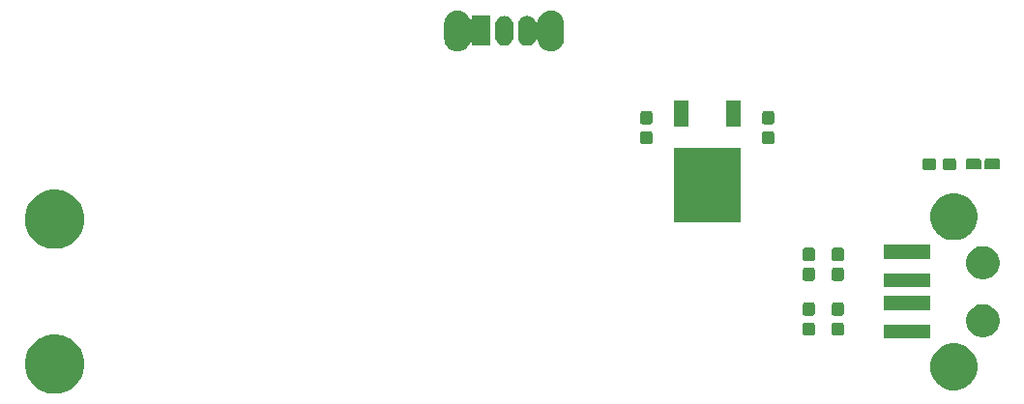
<source format=gbr>
G04 #@! TF.GenerationSoftware,KiCad,Pcbnew,(5.0.2)-1*
G04 #@! TF.CreationDate,2019-07-27T15:32:46-05:00*
G04 #@! TF.ProjectId,BusinessCards,42757369-6e65-4737-9343-617264732e6b,rev?*
G04 #@! TF.SameCoordinates,Original*
G04 #@! TF.FileFunction,Soldermask,Bot*
G04 #@! TF.FilePolarity,Negative*
%FSLAX46Y46*%
G04 Gerber Fmt 4.6, Leading zero omitted, Abs format (unit mm)*
G04 Created by KiCad (PCBNEW (5.0.2)-1) date 7/27/2019 3:32:46 PM*
%MOMM*%
%LPD*%
G01*
G04 APERTURE LIST*
%ADD10C,0.100000*%
G04 APERTURE END LIST*
D10*
G36*
X107268908Y-80025380D02*
X107435767Y-80058570D01*
X107907299Y-80253885D01*
X107992777Y-80311000D01*
X108331669Y-80537441D01*
X108692559Y-80898331D01*
X108692561Y-80898334D01*
X108976115Y-81322701D01*
X108976115Y-81322702D01*
X109171430Y-81794234D01*
X109271000Y-82294807D01*
X109271000Y-82805193D01*
X109204620Y-83138908D01*
X109171430Y-83305767D01*
X108976115Y-83777299D01*
X108775569Y-84077436D01*
X108692559Y-84201669D01*
X108331669Y-84562559D01*
X108331666Y-84562561D01*
X107907299Y-84846115D01*
X107435767Y-85041430D01*
X107268908Y-85074620D01*
X106935193Y-85141000D01*
X106424807Y-85141000D01*
X106091092Y-85074620D01*
X105924233Y-85041430D01*
X105452701Y-84846115D01*
X105028334Y-84562561D01*
X105028331Y-84562559D01*
X104667441Y-84201669D01*
X104584431Y-84077436D01*
X104383885Y-83777299D01*
X104188570Y-83305767D01*
X104155380Y-83138908D01*
X104089000Y-82805193D01*
X104089000Y-82294807D01*
X104188570Y-81794234D01*
X104383885Y-81322702D01*
X104383885Y-81322701D01*
X104667439Y-80898334D01*
X104667441Y-80898331D01*
X105028331Y-80537441D01*
X105367223Y-80311000D01*
X105452701Y-80253885D01*
X105924233Y-80058570D01*
X106091092Y-80025380D01*
X106424807Y-79959000D01*
X106935193Y-79959000D01*
X107268908Y-80025380D01*
X107268908Y-80025380D01*
G37*
G36*
X186018252Y-80797818D02*
X186018254Y-80797819D01*
X186018255Y-80797819D01*
X186391513Y-80952427D01*
X186391514Y-80952428D01*
X186727439Y-81176886D01*
X187013114Y-81462561D01*
X187013116Y-81462564D01*
X187237573Y-81798487D01*
X187392181Y-82171745D01*
X187471000Y-82567994D01*
X187471000Y-82972006D01*
X187392181Y-83368255D01*
X187237573Y-83741513D01*
X187016143Y-84072905D01*
X187013114Y-84077439D01*
X186727439Y-84363114D01*
X186727436Y-84363116D01*
X186391513Y-84587573D01*
X186018255Y-84742181D01*
X186018254Y-84742181D01*
X186018252Y-84742182D01*
X185622007Y-84821000D01*
X185217993Y-84821000D01*
X184821748Y-84742182D01*
X184821746Y-84742181D01*
X184821745Y-84742181D01*
X184448487Y-84587573D01*
X184112564Y-84363116D01*
X184112561Y-84363114D01*
X183826886Y-84077439D01*
X183823857Y-84072905D01*
X183602427Y-83741513D01*
X183447819Y-83368255D01*
X183369000Y-82972006D01*
X183369000Y-82567994D01*
X183447819Y-82171745D01*
X183602427Y-81798487D01*
X183826884Y-81462564D01*
X183826886Y-81462561D01*
X184112561Y-81176886D01*
X184448486Y-80952428D01*
X184448487Y-80952427D01*
X184821745Y-80797819D01*
X184821746Y-80797819D01*
X184821748Y-80797818D01*
X185217993Y-80719000D01*
X185622007Y-80719000D01*
X186018252Y-80797818D01*
X186018252Y-80797818D01*
G37*
G36*
X183383000Y-80311000D02*
X179281000Y-80311000D01*
X179281000Y-79089000D01*
X183383000Y-79089000D01*
X183383000Y-80311000D01*
X183383000Y-80311000D01*
G37*
G36*
X188383238Y-77344760D02*
X188383240Y-77344761D01*
X188383241Y-77344761D01*
X188647306Y-77454140D01*
X188647307Y-77454141D01*
X188884962Y-77612937D01*
X189087063Y-77815038D01*
X189087065Y-77815041D01*
X189245860Y-78052694D01*
X189341745Y-78284181D01*
X189355240Y-78316762D01*
X189411000Y-78597088D01*
X189411000Y-78882912D01*
X189370007Y-79089000D01*
X189355239Y-79163241D01*
X189245860Y-79427306D01*
X189245859Y-79427307D01*
X189087063Y-79664962D01*
X188884962Y-79867063D01*
X188884959Y-79867065D01*
X188647306Y-80025860D01*
X188383241Y-80135239D01*
X188383240Y-80135239D01*
X188383238Y-80135240D01*
X188102912Y-80191000D01*
X187817088Y-80191000D01*
X187536762Y-80135240D01*
X187536760Y-80135239D01*
X187536759Y-80135239D01*
X187272694Y-80025860D01*
X187035041Y-79867065D01*
X187035038Y-79867063D01*
X186832937Y-79664962D01*
X186674141Y-79427307D01*
X186674140Y-79427306D01*
X186564761Y-79163241D01*
X186549994Y-79089000D01*
X186509000Y-78882912D01*
X186509000Y-78597088D01*
X186564760Y-78316762D01*
X186578255Y-78284181D01*
X186674140Y-78052694D01*
X186832935Y-77815041D01*
X186832937Y-77815038D01*
X187035038Y-77612937D01*
X187272693Y-77454141D01*
X187272694Y-77454140D01*
X187536759Y-77344761D01*
X187536760Y-77344761D01*
X187536762Y-77344760D01*
X187817088Y-77289000D01*
X188102912Y-77289000D01*
X188383238Y-77344760D01*
X188383238Y-77344760D01*
G37*
G36*
X173084499Y-78902445D02*
X173121993Y-78913819D01*
X173156557Y-78932294D01*
X173186847Y-78957153D01*
X173211706Y-78987443D01*
X173230181Y-79022007D01*
X173241555Y-79059501D01*
X173246000Y-79104638D01*
X173246000Y-79843362D01*
X173241555Y-79888499D01*
X173230181Y-79925993D01*
X173211706Y-79960557D01*
X173186847Y-79990847D01*
X173156557Y-80015706D01*
X173121993Y-80034181D01*
X173084499Y-80045555D01*
X173039362Y-80050000D01*
X172400638Y-80050000D01*
X172355501Y-80045555D01*
X172318007Y-80034181D01*
X172283443Y-80015706D01*
X172253153Y-79990847D01*
X172228294Y-79960557D01*
X172209819Y-79925993D01*
X172198445Y-79888499D01*
X172194000Y-79843362D01*
X172194000Y-79104638D01*
X172198445Y-79059501D01*
X172209819Y-79022007D01*
X172228294Y-78987443D01*
X172253153Y-78957153D01*
X172283443Y-78932294D01*
X172318007Y-78913819D01*
X172355501Y-78902445D01*
X172400638Y-78898000D01*
X173039362Y-78898000D01*
X173084499Y-78902445D01*
X173084499Y-78902445D01*
G37*
G36*
X175624499Y-78902445D02*
X175661993Y-78913819D01*
X175696557Y-78932294D01*
X175726847Y-78957153D01*
X175751706Y-78987443D01*
X175770181Y-79022007D01*
X175781555Y-79059501D01*
X175786000Y-79104638D01*
X175786000Y-79843362D01*
X175781555Y-79888499D01*
X175770181Y-79925993D01*
X175751706Y-79960557D01*
X175726847Y-79990847D01*
X175696557Y-80015706D01*
X175661993Y-80034181D01*
X175624499Y-80045555D01*
X175579362Y-80050000D01*
X174940638Y-80050000D01*
X174895501Y-80045555D01*
X174858007Y-80034181D01*
X174823443Y-80015706D01*
X174793153Y-79990847D01*
X174768294Y-79960557D01*
X174749819Y-79925993D01*
X174738445Y-79888499D01*
X174734000Y-79843362D01*
X174734000Y-79104638D01*
X174738445Y-79059501D01*
X174749819Y-79022007D01*
X174768294Y-78987443D01*
X174793153Y-78957153D01*
X174823443Y-78932294D01*
X174858007Y-78913819D01*
X174895501Y-78902445D01*
X174940638Y-78898000D01*
X175579362Y-78898000D01*
X175624499Y-78902445D01*
X175624499Y-78902445D01*
G37*
G36*
X175624499Y-77152445D02*
X175661993Y-77163819D01*
X175696557Y-77182294D01*
X175726847Y-77207153D01*
X175751706Y-77237443D01*
X175770181Y-77272007D01*
X175781555Y-77309501D01*
X175786000Y-77354638D01*
X175786000Y-78093362D01*
X175781555Y-78138499D01*
X175770181Y-78175993D01*
X175751706Y-78210557D01*
X175726847Y-78240847D01*
X175696557Y-78265706D01*
X175661993Y-78284181D01*
X175624499Y-78295555D01*
X175579362Y-78300000D01*
X174940638Y-78300000D01*
X174895501Y-78295555D01*
X174858007Y-78284181D01*
X174823443Y-78265706D01*
X174793153Y-78240847D01*
X174768294Y-78210557D01*
X174749819Y-78175993D01*
X174738445Y-78138499D01*
X174734000Y-78093362D01*
X174734000Y-77354638D01*
X174738445Y-77309501D01*
X174749819Y-77272007D01*
X174768294Y-77237443D01*
X174793153Y-77207153D01*
X174823443Y-77182294D01*
X174858007Y-77163819D01*
X174895501Y-77152445D01*
X174940638Y-77148000D01*
X175579362Y-77148000D01*
X175624499Y-77152445D01*
X175624499Y-77152445D01*
G37*
G36*
X173084499Y-77152445D02*
X173121993Y-77163819D01*
X173156557Y-77182294D01*
X173186847Y-77207153D01*
X173211706Y-77237443D01*
X173230181Y-77272007D01*
X173241555Y-77309501D01*
X173246000Y-77354638D01*
X173246000Y-78093362D01*
X173241555Y-78138499D01*
X173230181Y-78175993D01*
X173211706Y-78210557D01*
X173186847Y-78240847D01*
X173156557Y-78265706D01*
X173121993Y-78284181D01*
X173084499Y-78295555D01*
X173039362Y-78300000D01*
X172400638Y-78300000D01*
X172355501Y-78295555D01*
X172318007Y-78284181D01*
X172283443Y-78265706D01*
X172253153Y-78240847D01*
X172228294Y-78210557D01*
X172209819Y-78175993D01*
X172198445Y-78138499D01*
X172194000Y-78093362D01*
X172194000Y-77354638D01*
X172198445Y-77309501D01*
X172209819Y-77272007D01*
X172228294Y-77237443D01*
X172253153Y-77207153D01*
X172283443Y-77182294D01*
X172318007Y-77163819D01*
X172355501Y-77152445D01*
X172400638Y-77148000D01*
X173039362Y-77148000D01*
X173084499Y-77152445D01*
X173084499Y-77152445D01*
G37*
G36*
X183383000Y-77811000D02*
X179281000Y-77811000D01*
X179281000Y-76589000D01*
X183383000Y-76589000D01*
X183383000Y-77811000D01*
X183383000Y-77811000D01*
G37*
G36*
X183383000Y-75795000D02*
X179281000Y-75795000D01*
X179281000Y-74573000D01*
X183383000Y-74573000D01*
X183383000Y-75795000D01*
X183383000Y-75795000D01*
G37*
G36*
X173084499Y-74104445D02*
X173121993Y-74115819D01*
X173156557Y-74134294D01*
X173186847Y-74159153D01*
X173211706Y-74189443D01*
X173230181Y-74224007D01*
X173241555Y-74261501D01*
X173246000Y-74306638D01*
X173246000Y-75045362D01*
X173241555Y-75090499D01*
X173230181Y-75127993D01*
X173211706Y-75162557D01*
X173186847Y-75192847D01*
X173156557Y-75217706D01*
X173121993Y-75236181D01*
X173084499Y-75247555D01*
X173039362Y-75252000D01*
X172400638Y-75252000D01*
X172355501Y-75247555D01*
X172318007Y-75236181D01*
X172283443Y-75217706D01*
X172253153Y-75192847D01*
X172228294Y-75162557D01*
X172209819Y-75127993D01*
X172198445Y-75090499D01*
X172194000Y-75045362D01*
X172194000Y-74306638D01*
X172198445Y-74261501D01*
X172209819Y-74224007D01*
X172228294Y-74189443D01*
X172253153Y-74159153D01*
X172283443Y-74134294D01*
X172318007Y-74115819D01*
X172355501Y-74104445D01*
X172400638Y-74100000D01*
X173039362Y-74100000D01*
X173084499Y-74104445D01*
X173084499Y-74104445D01*
G37*
G36*
X175624499Y-74104445D02*
X175661993Y-74115819D01*
X175696557Y-74134294D01*
X175726847Y-74159153D01*
X175751706Y-74189443D01*
X175770181Y-74224007D01*
X175781555Y-74261501D01*
X175786000Y-74306638D01*
X175786000Y-75045362D01*
X175781555Y-75090499D01*
X175770181Y-75127993D01*
X175751706Y-75162557D01*
X175726847Y-75192847D01*
X175696557Y-75217706D01*
X175661993Y-75236181D01*
X175624499Y-75247555D01*
X175579362Y-75252000D01*
X174940638Y-75252000D01*
X174895501Y-75247555D01*
X174858007Y-75236181D01*
X174823443Y-75217706D01*
X174793153Y-75192847D01*
X174768294Y-75162557D01*
X174749819Y-75127993D01*
X174738445Y-75090499D01*
X174734000Y-75045362D01*
X174734000Y-74306638D01*
X174738445Y-74261501D01*
X174749819Y-74224007D01*
X174768294Y-74189443D01*
X174793153Y-74159153D01*
X174823443Y-74134294D01*
X174858007Y-74115819D01*
X174895501Y-74104445D01*
X174940638Y-74100000D01*
X175579362Y-74100000D01*
X175624499Y-74104445D01*
X175624499Y-74104445D01*
G37*
G36*
X188383238Y-72264760D02*
X188383240Y-72264761D01*
X188383241Y-72264761D01*
X188647306Y-72374140D01*
X188747369Y-72441000D01*
X188884962Y-72532937D01*
X189087063Y-72735038D01*
X189087065Y-72735041D01*
X189245860Y-72972694D01*
X189355239Y-73236759D01*
X189355240Y-73236762D01*
X189407999Y-73502000D01*
X189411000Y-73517089D01*
X189411000Y-73802911D01*
X189355239Y-74083241D01*
X189245860Y-74347306D01*
X189095056Y-74573000D01*
X189087063Y-74584962D01*
X188884962Y-74787063D01*
X188884959Y-74787065D01*
X188647306Y-74945860D01*
X188383241Y-75055239D01*
X188383240Y-75055239D01*
X188383238Y-75055240D01*
X188102912Y-75111000D01*
X187817088Y-75111000D01*
X187536762Y-75055240D01*
X187536760Y-75055239D01*
X187536759Y-75055239D01*
X187272694Y-74945860D01*
X187035041Y-74787065D01*
X187035038Y-74787063D01*
X186832937Y-74584962D01*
X186824944Y-74573000D01*
X186674140Y-74347306D01*
X186564761Y-74083241D01*
X186509000Y-73802911D01*
X186509000Y-73517089D01*
X186512001Y-73502000D01*
X186564760Y-73236762D01*
X186564761Y-73236759D01*
X186674140Y-72972694D01*
X186832935Y-72735041D01*
X186832937Y-72735038D01*
X187035038Y-72532937D01*
X187172631Y-72441000D01*
X187272694Y-72374140D01*
X187536759Y-72264761D01*
X187536760Y-72264761D01*
X187536762Y-72264760D01*
X187817088Y-72209000D01*
X188102912Y-72209000D01*
X188383238Y-72264760D01*
X188383238Y-72264760D01*
G37*
G36*
X175624499Y-72354445D02*
X175661993Y-72365819D01*
X175696557Y-72384294D01*
X175726847Y-72409153D01*
X175751706Y-72439443D01*
X175770181Y-72474007D01*
X175781555Y-72511501D01*
X175786000Y-72556638D01*
X175786000Y-73295362D01*
X175781555Y-73340499D01*
X175770181Y-73377993D01*
X175751706Y-73412557D01*
X175726847Y-73442847D01*
X175696557Y-73467706D01*
X175661993Y-73486181D01*
X175624499Y-73497555D01*
X175579362Y-73502000D01*
X174940638Y-73502000D01*
X174895501Y-73497555D01*
X174858007Y-73486181D01*
X174823443Y-73467706D01*
X174793153Y-73442847D01*
X174768294Y-73412557D01*
X174749819Y-73377993D01*
X174738445Y-73340499D01*
X174734000Y-73295362D01*
X174734000Y-72556638D01*
X174738445Y-72511501D01*
X174749819Y-72474007D01*
X174768294Y-72439443D01*
X174793153Y-72409153D01*
X174823443Y-72384294D01*
X174858007Y-72365819D01*
X174895501Y-72354445D01*
X174940638Y-72350000D01*
X175579362Y-72350000D01*
X175624499Y-72354445D01*
X175624499Y-72354445D01*
G37*
G36*
X173084499Y-72354445D02*
X173121993Y-72365819D01*
X173156557Y-72384294D01*
X173186847Y-72409153D01*
X173211706Y-72439443D01*
X173230181Y-72474007D01*
X173241555Y-72511501D01*
X173246000Y-72556638D01*
X173246000Y-73295362D01*
X173241555Y-73340499D01*
X173230181Y-73377993D01*
X173211706Y-73412557D01*
X173186847Y-73442847D01*
X173156557Y-73467706D01*
X173121993Y-73486181D01*
X173084499Y-73497555D01*
X173039362Y-73502000D01*
X172400638Y-73502000D01*
X172355501Y-73497555D01*
X172318007Y-73486181D01*
X172283443Y-73467706D01*
X172253153Y-73442847D01*
X172228294Y-73412557D01*
X172209819Y-73377993D01*
X172198445Y-73340499D01*
X172194000Y-73295362D01*
X172194000Y-72556638D01*
X172198445Y-72511501D01*
X172209819Y-72474007D01*
X172228294Y-72439443D01*
X172253153Y-72409153D01*
X172283443Y-72384294D01*
X172318007Y-72365819D01*
X172355501Y-72354445D01*
X172400638Y-72350000D01*
X173039362Y-72350000D01*
X173084499Y-72354445D01*
X173084499Y-72354445D01*
G37*
G36*
X183383000Y-73311000D02*
X179281000Y-73311000D01*
X179281000Y-72089000D01*
X183383000Y-72089000D01*
X183383000Y-73311000D01*
X183383000Y-73311000D01*
G37*
G36*
X107268908Y-67325380D02*
X107435767Y-67358570D01*
X107907299Y-67553885D01*
X108328803Y-67835526D01*
X108331669Y-67837441D01*
X108692559Y-68198331D01*
X108692561Y-68198334D01*
X108976115Y-68622701D01*
X109171430Y-69094233D01*
X109171430Y-69094234D01*
X109271000Y-69594807D01*
X109271000Y-70105193D01*
X109246522Y-70228252D01*
X109171430Y-70605767D01*
X108976115Y-71077299D01*
X108728706Y-71447572D01*
X108692559Y-71501669D01*
X108331669Y-71862559D01*
X108331666Y-71862561D01*
X107907299Y-72146115D01*
X107435767Y-72341430D01*
X107313154Y-72365819D01*
X106935193Y-72441000D01*
X106424807Y-72441000D01*
X106046846Y-72365819D01*
X105924233Y-72341430D01*
X105452701Y-72146115D01*
X105028334Y-71862561D01*
X105028331Y-71862559D01*
X104667441Y-71501669D01*
X104631294Y-71447572D01*
X104383885Y-71077299D01*
X104188570Y-70605767D01*
X104113478Y-70228252D01*
X104089000Y-70105193D01*
X104089000Y-69594807D01*
X104188570Y-69094234D01*
X104188570Y-69094233D01*
X104383885Y-68622701D01*
X104667439Y-68198334D01*
X104667441Y-68198331D01*
X105028331Y-67837441D01*
X105031197Y-67835526D01*
X105452701Y-67553885D01*
X105924233Y-67358570D01*
X106091092Y-67325380D01*
X106424807Y-67259000D01*
X106935193Y-67259000D01*
X107268908Y-67325380D01*
X107268908Y-67325380D01*
G37*
G36*
X186018252Y-67657818D02*
X186018254Y-67657819D01*
X186018255Y-67657819D01*
X186391513Y-67812427D01*
X186391514Y-67812428D01*
X186727439Y-68036886D01*
X187013114Y-68322561D01*
X187013116Y-68322564D01*
X187237573Y-68658487D01*
X187392181Y-69031745D01*
X187392182Y-69031748D01*
X187471000Y-69427993D01*
X187471000Y-69832007D01*
X187413516Y-70121000D01*
X187392181Y-70228255D01*
X187237573Y-70601513D01*
X187016143Y-70932905D01*
X187013114Y-70937439D01*
X186727439Y-71223114D01*
X186727436Y-71223116D01*
X186391513Y-71447573D01*
X186018255Y-71602181D01*
X186018254Y-71602181D01*
X186018252Y-71602182D01*
X185622007Y-71681000D01*
X185217993Y-71681000D01*
X184821748Y-71602182D01*
X184821746Y-71602181D01*
X184821745Y-71602181D01*
X184448487Y-71447573D01*
X184112564Y-71223116D01*
X184112561Y-71223114D01*
X183826886Y-70937439D01*
X183823857Y-70932905D01*
X183602427Y-70601513D01*
X183447819Y-70228255D01*
X183426485Y-70121000D01*
X183369000Y-69832007D01*
X183369000Y-69427993D01*
X183447818Y-69031748D01*
X183447819Y-69031745D01*
X183602427Y-68658487D01*
X183826884Y-68322564D01*
X183826886Y-68322561D01*
X184112561Y-68036886D01*
X184448486Y-67812428D01*
X184448487Y-67812427D01*
X184821745Y-67657819D01*
X184821746Y-67657819D01*
X184821748Y-67657818D01*
X185217993Y-67579000D01*
X185622007Y-67579000D01*
X186018252Y-67657818D01*
X186018252Y-67657818D01*
G37*
G36*
X166781000Y-70121000D02*
X160879000Y-70121000D01*
X160879000Y-63619000D01*
X166781000Y-63619000D01*
X166781000Y-70121000D01*
X166781000Y-70121000D01*
G37*
G36*
X185439499Y-64502445D02*
X185476993Y-64513819D01*
X185511557Y-64532294D01*
X185541847Y-64557153D01*
X185566706Y-64587443D01*
X185585181Y-64622007D01*
X185596555Y-64659501D01*
X185601000Y-64704638D01*
X185601000Y-65343362D01*
X185596555Y-65388499D01*
X185585181Y-65425993D01*
X185566706Y-65460557D01*
X185541847Y-65490847D01*
X185511557Y-65515706D01*
X185476993Y-65534181D01*
X185439499Y-65545555D01*
X185394362Y-65550000D01*
X184655638Y-65550000D01*
X184610501Y-65545555D01*
X184573007Y-65534181D01*
X184538443Y-65515706D01*
X184508153Y-65490847D01*
X184483294Y-65460557D01*
X184464819Y-65425993D01*
X184453445Y-65388499D01*
X184449000Y-65343362D01*
X184449000Y-64704638D01*
X184453445Y-64659501D01*
X184464819Y-64622007D01*
X184483294Y-64587443D01*
X184508153Y-64557153D01*
X184538443Y-64532294D01*
X184573007Y-64513819D01*
X184610501Y-64502445D01*
X184655638Y-64498000D01*
X185394362Y-64498000D01*
X185439499Y-64502445D01*
X185439499Y-64502445D01*
G37*
G36*
X183689499Y-64502445D02*
X183726993Y-64513819D01*
X183761557Y-64532294D01*
X183791847Y-64557153D01*
X183816706Y-64587443D01*
X183835181Y-64622007D01*
X183846555Y-64659501D01*
X183851000Y-64704638D01*
X183851000Y-65343362D01*
X183846555Y-65388499D01*
X183835181Y-65425993D01*
X183816706Y-65460557D01*
X183791847Y-65490847D01*
X183761557Y-65515706D01*
X183726993Y-65534181D01*
X183689499Y-65545555D01*
X183644362Y-65550000D01*
X182905638Y-65550000D01*
X182860501Y-65545555D01*
X182823007Y-65534181D01*
X182788443Y-65515706D01*
X182758153Y-65490847D01*
X182733294Y-65460557D01*
X182714819Y-65425993D01*
X182703445Y-65388499D01*
X182699000Y-65343362D01*
X182699000Y-64704638D01*
X182703445Y-64659501D01*
X182714819Y-64622007D01*
X182733294Y-64587443D01*
X182758153Y-64557153D01*
X182788443Y-64532294D01*
X182823007Y-64513819D01*
X182860501Y-64502445D01*
X182905638Y-64498000D01*
X183644362Y-64498000D01*
X183689499Y-64502445D01*
X183689499Y-64502445D01*
G37*
G36*
X187669617Y-64551965D02*
X187702430Y-64561918D01*
X187732667Y-64578080D01*
X187759170Y-64599830D01*
X187780920Y-64626333D01*
X187797082Y-64656570D01*
X187807035Y-64689383D01*
X187811000Y-64729640D01*
X187811000Y-65318360D01*
X187807035Y-65358617D01*
X187797082Y-65391430D01*
X187780920Y-65421667D01*
X187759170Y-65448170D01*
X187732667Y-65469920D01*
X187702430Y-65486082D01*
X187669617Y-65496035D01*
X187629360Y-65500000D01*
X186665640Y-65500000D01*
X186625383Y-65496035D01*
X186592570Y-65486082D01*
X186562333Y-65469920D01*
X186535830Y-65448170D01*
X186514080Y-65421667D01*
X186497918Y-65391430D01*
X186487965Y-65358617D01*
X186484000Y-65318360D01*
X186484000Y-64729640D01*
X186487965Y-64689383D01*
X186497918Y-64656570D01*
X186514080Y-64626333D01*
X186535830Y-64599830D01*
X186562333Y-64578080D01*
X186592570Y-64561918D01*
X186625383Y-64551965D01*
X186665640Y-64548000D01*
X187629360Y-64548000D01*
X187669617Y-64551965D01*
X187669617Y-64551965D01*
G37*
G36*
X189294617Y-64551965D02*
X189327430Y-64561918D01*
X189357667Y-64578080D01*
X189384170Y-64599830D01*
X189405920Y-64626333D01*
X189422082Y-64656570D01*
X189432035Y-64689383D01*
X189436000Y-64729640D01*
X189436000Y-65318360D01*
X189432035Y-65358617D01*
X189422082Y-65391430D01*
X189405920Y-65421667D01*
X189384170Y-65448170D01*
X189357667Y-65469920D01*
X189327430Y-65486082D01*
X189294617Y-65496035D01*
X189254360Y-65500000D01*
X188290640Y-65500000D01*
X188250383Y-65496035D01*
X188217570Y-65486082D01*
X188187333Y-65469920D01*
X188160830Y-65448170D01*
X188139080Y-65421667D01*
X188122918Y-65391430D01*
X188112965Y-65358617D01*
X188109000Y-65318360D01*
X188109000Y-64729640D01*
X188112965Y-64689383D01*
X188122918Y-64656570D01*
X188139080Y-64626333D01*
X188160830Y-64599830D01*
X188187333Y-64578080D01*
X188217570Y-64561918D01*
X188250383Y-64551965D01*
X188290640Y-64548000D01*
X189254360Y-64548000D01*
X189294617Y-64551965D01*
X189294617Y-64551965D01*
G37*
G36*
X169528499Y-62138445D02*
X169565993Y-62149819D01*
X169600557Y-62168294D01*
X169630847Y-62193153D01*
X169655706Y-62223443D01*
X169674181Y-62258007D01*
X169685555Y-62295501D01*
X169690000Y-62340638D01*
X169690000Y-63079362D01*
X169685555Y-63124499D01*
X169674181Y-63161993D01*
X169655706Y-63196557D01*
X169630847Y-63226847D01*
X169600557Y-63251706D01*
X169565993Y-63270181D01*
X169528499Y-63281555D01*
X169483362Y-63286000D01*
X168844638Y-63286000D01*
X168799501Y-63281555D01*
X168762007Y-63270181D01*
X168727443Y-63251706D01*
X168697153Y-63226847D01*
X168672294Y-63196557D01*
X168653819Y-63161993D01*
X168642445Y-63124499D01*
X168638000Y-63079362D01*
X168638000Y-62340638D01*
X168642445Y-62295501D01*
X168653819Y-62258007D01*
X168672294Y-62223443D01*
X168697153Y-62193153D01*
X168727443Y-62168294D01*
X168762007Y-62149819D01*
X168799501Y-62138445D01*
X168844638Y-62134000D01*
X169483362Y-62134000D01*
X169528499Y-62138445D01*
X169528499Y-62138445D01*
G37*
G36*
X158860499Y-62138445D02*
X158897993Y-62149819D01*
X158932557Y-62168294D01*
X158962847Y-62193153D01*
X158987706Y-62223443D01*
X159006181Y-62258007D01*
X159017555Y-62295501D01*
X159022000Y-62340638D01*
X159022000Y-63079362D01*
X159017555Y-63124499D01*
X159006181Y-63161993D01*
X158987706Y-63196557D01*
X158962847Y-63226847D01*
X158932557Y-63251706D01*
X158897993Y-63270181D01*
X158860499Y-63281555D01*
X158815362Y-63286000D01*
X158176638Y-63286000D01*
X158131501Y-63281555D01*
X158094007Y-63270181D01*
X158059443Y-63251706D01*
X158029153Y-63226847D01*
X158004294Y-63196557D01*
X157985819Y-63161993D01*
X157974445Y-63124499D01*
X157970000Y-63079362D01*
X157970000Y-62340638D01*
X157974445Y-62295501D01*
X157985819Y-62258007D01*
X158004294Y-62223443D01*
X158029153Y-62193153D01*
X158059443Y-62168294D01*
X158094007Y-62149819D01*
X158131501Y-62138445D01*
X158176638Y-62134000D01*
X158815362Y-62134000D01*
X158860499Y-62138445D01*
X158860499Y-62138445D01*
G37*
G36*
X162201000Y-61721000D02*
X160899000Y-61721000D01*
X160899000Y-59419000D01*
X162201000Y-59419000D01*
X162201000Y-61721000D01*
X162201000Y-61721000D01*
G37*
G36*
X166761000Y-61721000D02*
X165459000Y-61721000D01*
X165459000Y-59419000D01*
X166761000Y-59419000D01*
X166761000Y-61721000D01*
X166761000Y-61721000D01*
G37*
G36*
X169528499Y-60388445D02*
X169565993Y-60399819D01*
X169600557Y-60418294D01*
X169630847Y-60443153D01*
X169655706Y-60473443D01*
X169674181Y-60508007D01*
X169685555Y-60545501D01*
X169690000Y-60590638D01*
X169690000Y-61329362D01*
X169685555Y-61374499D01*
X169674181Y-61411993D01*
X169655706Y-61446557D01*
X169630847Y-61476847D01*
X169600557Y-61501706D01*
X169565993Y-61520181D01*
X169528499Y-61531555D01*
X169483362Y-61536000D01*
X168844638Y-61536000D01*
X168799501Y-61531555D01*
X168762007Y-61520181D01*
X168727443Y-61501706D01*
X168697153Y-61476847D01*
X168672294Y-61446557D01*
X168653819Y-61411993D01*
X168642445Y-61374499D01*
X168638000Y-61329362D01*
X168638000Y-60590638D01*
X168642445Y-60545501D01*
X168653819Y-60508007D01*
X168672294Y-60473443D01*
X168697153Y-60443153D01*
X168727443Y-60418294D01*
X168762007Y-60399819D01*
X168799501Y-60388445D01*
X168844638Y-60384000D01*
X169483362Y-60384000D01*
X169528499Y-60388445D01*
X169528499Y-60388445D01*
G37*
G36*
X158860499Y-60388445D02*
X158897993Y-60399819D01*
X158932557Y-60418294D01*
X158962847Y-60443153D01*
X158987706Y-60473443D01*
X159006181Y-60508007D01*
X159017555Y-60545501D01*
X159022000Y-60590638D01*
X159022000Y-61329362D01*
X159017555Y-61374499D01*
X159006181Y-61411993D01*
X158987706Y-61446557D01*
X158962847Y-61476847D01*
X158932557Y-61501706D01*
X158897993Y-61520181D01*
X158860499Y-61531555D01*
X158815362Y-61536000D01*
X158176638Y-61536000D01*
X158131501Y-61531555D01*
X158094007Y-61520181D01*
X158059443Y-61501706D01*
X158029153Y-61476847D01*
X158004294Y-61446557D01*
X157985819Y-61411993D01*
X157974445Y-61374499D01*
X157970000Y-61329362D01*
X157970000Y-60590638D01*
X157974445Y-60545501D01*
X157985819Y-60508007D01*
X158004294Y-60473443D01*
X158029153Y-60443153D01*
X158059443Y-60418294D01*
X158094007Y-60399819D01*
X158131501Y-60388445D01*
X158176638Y-60384000D01*
X158815362Y-60384000D01*
X158860499Y-60388445D01*
X158860499Y-60388445D01*
G37*
G36*
X150375634Y-51555654D02*
X150592599Y-51621470D01*
X150592601Y-51621471D01*
X150592604Y-51621472D01*
X150792555Y-51728347D01*
X150967818Y-51872182D01*
X151111653Y-52047444D01*
X151218528Y-52247395D01*
X151218528Y-52247396D01*
X151218530Y-52247400D01*
X151284346Y-52464365D01*
X151301000Y-52633457D01*
X151301000Y-54046543D01*
X151284346Y-54215635D01*
X151224760Y-54412062D01*
X151218528Y-54432605D01*
X151111653Y-54632556D01*
X150967818Y-54807818D01*
X150792556Y-54951653D01*
X150592605Y-55058528D01*
X150592602Y-55058529D01*
X150592600Y-55058530D01*
X150375635Y-55124346D01*
X150150000Y-55146569D01*
X149924366Y-55124346D01*
X149707401Y-55058530D01*
X149707399Y-55058529D01*
X149707396Y-55058528D01*
X149507445Y-54951653D01*
X149332183Y-54807818D01*
X149188349Y-54632557D01*
X149081471Y-54432602D01*
X149074352Y-54409133D01*
X149015654Y-54215635D01*
X149015011Y-54213515D01*
X149011091Y-54193803D01*
X149001713Y-54171164D01*
X148988100Y-54150789D01*
X148970772Y-54133462D01*
X148950398Y-54119848D01*
X148927759Y-54110471D01*
X148903726Y-54105690D01*
X148879221Y-54105690D01*
X148855188Y-54110470D01*
X148832549Y-54119848D01*
X148812174Y-54133461D01*
X148794847Y-54150789D01*
X148781233Y-54171164D01*
X148719230Y-54287165D01*
X148619133Y-54409133D01*
X148497165Y-54509230D01*
X148358012Y-54583608D01*
X148207025Y-54629410D01*
X148050000Y-54644875D01*
X147892976Y-54629410D01*
X147741989Y-54583608D01*
X147602836Y-54509230D01*
X147480868Y-54409133D01*
X147380771Y-54287165D01*
X147306393Y-54148012D01*
X147260591Y-53997025D01*
X147249001Y-53879346D01*
X147249000Y-52800655D01*
X147260590Y-52682976D01*
X147306392Y-52531989D01*
X147380768Y-52392839D01*
X147430819Y-52331852D01*
X147480867Y-52270867D01*
X147480869Y-52270866D01*
X147480870Y-52270864D01*
X147602835Y-52170770D01*
X147741988Y-52096392D01*
X147892975Y-52050590D01*
X148050000Y-52035125D01*
X148207024Y-52050590D01*
X148358011Y-52096392D01*
X148497161Y-52170768D01*
X148522791Y-52191802D01*
X148619133Y-52270867D01*
X148619134Y-52270869D01*
X148619136Y-52270870D01*
X148719230Y-52392835D01*
X148781233Y-52508836D01*
X148794846Y-52529211D01*
X148812174Y-52546538D01*
X148832548Y-52560152D01*
X148855187Y-52569529D01*
X148879220Y-52574310D01*
X148903725Y-52574310D01*
X148927758Y-52569530D01*
X148950397Y-52560152D01*
X148970772Y-52546539D01*
X148988099Y-52529211D01*
X149001713Y-52508837D01*
X149011090Y-52486198D01*
X149015011Y-52466488D01*
X149015654Y-52464368D01*
X149015654Y-52464366D01*
X149081470Y-52247401D01*
X149081471Y-52247399D01*
X149081472Y-52247396D01*
X149188347Y-52047445D01*
X149332182Y-51872182D01*
X149507444Y-51728347D01*
X149707395Y-51621472D01*
X149707398Y-51621471D01*
X149707400Y-51621470D01*
X149924365Y-51555654D01*
X150150000Y-51533431D01*
X150375634Y-51555654D01*
X150375634Y-51555654D01*
G37*
G36*
X142175634Y-51555654D02*
X142392599Y-51621470D01*
X142392601Y-51621471D01*
X142392604Y-51621472D01*
X142592555Y-51728347D01*
X142767818Y-51872182D01*
X142911653Y-52047444D01*
X143013760Y-52238474D01*
X143027374Y-52258849D01*
X143044701Y-52276176D01*
X143065075Y-52289790D01*
X143087714Y-52299167D01*
X143111748Y-52303948D01*
X143136252Y-52303948D01*
X143160285Y-52299168D01*
X143182924Y-52289790D01*
X143203299Y-52276176D01*
X143220626Y-52258849D01*
X143234240Y-52238475D01*
X143243617Y-52215836D01*
X143248398Y-52191802D01*
X143249000Y-52179550D01*
X143249000Y-52039000D01*
X144851000Y-52039000D01*
X144851000Y-54641000D01*
X143249000Y-54641000D01*
X143249000Y-54500450D01*
X143246598Y-54476064D01*
X143239485Y-54452615D01*
X143227934Y-54431004D01*
X143212388Y-54412062D01*
X143193446Y-54396516D01*
X143171835Y-54384965D01*
X143148386Y-54377852D01*
X143124000Y-54375450D01*
X143099614Y-54377852D01*
X143076165Y-54384965D01*
X143054554Y-54396516D01*
X143035612Y-54412062D01*
X143020066Y-54431004D01*
X143013760Y-54441526D01*
X142911653Y-54632556D01*
X142767818Y-54807818D01*
X142592556Y-54951653D01*
X142392605Y-55058528D01*
X142392602Y-55058529D01*
X142392600Y-55058530D01*
X142175635Y-55124346D01*
X141950000Y-55146569D01*
X141724366Y-55124346D01*
X141507401Y-55058530D01*
X141507399Y-55058529D01*
X141507396Y-55058528D01*
X141307445Y-54951653D01*
X141132183Y-54807818D01*
X140988349Y-54632557D01*
X140881471Y-54432602D01*
X140875240Y-54412062D01*
X140815654Y-54215635D01*
X140799000Y-54046543D01*
X140799000Y-52633458D01*
X140815654Y-52464366D01*
X140881470Y-52247401D01*
X140881471Y-52247399D01*
X140881472Y-52247396D01*
X140988347Y-52047445D01*
X141132182Y-51872182D01*
X141307444Y-51728347D01*
X141507395Y-51621472D01*
X141507398Y-51621471D01*
X141507400Y-51621470D01*
X141724365Y-51555654D01*
X141950000Y-51533431D01*
X142175634Y-51555654D01*
X142175634Y-51555654D01*
G37*
G36*
X146207024Y-52050590D02*
X146358011Y-52096392D01*
X146497161Y-52170768D01*
X146522791Y-52191802D01*
X146619133Y-52270867D01*
X146619134Y-52270869D01*
X146619136Y-52270870D01*
X146719230Y-52392835D01*
X146793608Y-52531988D01*
X146839410Y-52682975D01*
X146851000Y-52800654D01*
X146851000Y-53879346D01*
X146839410Y-53997025D01*
X146793608Y-54148012D01*
X146719230Y-54287165D01*
X146619133Y-54409133D01*
X146497165Y-54509230D01*
X146358012Y-54583608D01*
X146207025Y-54629410D01*
X146050000Y-54644875D01*
X145892976Y-54629410D01*
X145741989Y-54583608D01*
X145602836Y-54509230D01*
X145480868Y-54409133D01*
X145380771Y-54287165D01*
X145306393Y-54148012D01*
X145260591Y-53997025D01*
X145249001Y-53879346D01*
X145249000Y-52800655D01*
X145260590Y-52682976D01*
X145306392Y-52531989D01*
X145380768Y-52392839D01*
X145430819Y-52331852D01*
X145480867Y-52270867D01*
X145480869Y-52270866D01*
X145480870Y-52270864D01*
X145602835Y-52170770D01*
X145741988Y-52096392D01*
X145892975Y-52050590D01*
X146050000Y-52035125D01*
X146207024Y-52050590D01*
X146207024Y-52050590D01*
G37*
M02*

</source>
